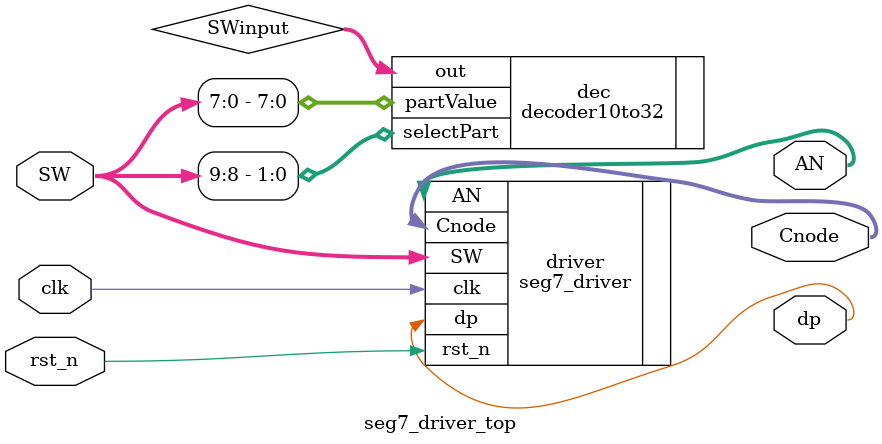
<source format=v>
`timescale 1ns / 1ps


module seg7_driver_top(
                        input clk,
                        input rst_n,
                        input [9:0] SW,
                        output [6:0] Cnode,
                        output dp,
                        output [7:0] AN
                        );
                        
    wire [31:0] SWinput;
    
    decoder10to32 dec(.selectPart(SW[9:8]), .partValue(SW[7:0]), .out(SWinput));
    seg7_driver driver(.clk(clk), .rst_n(rst_n), .SW(SW), .Cnode(Cnode), .dp(dp), .AN(AN));

endmodule

</source>
